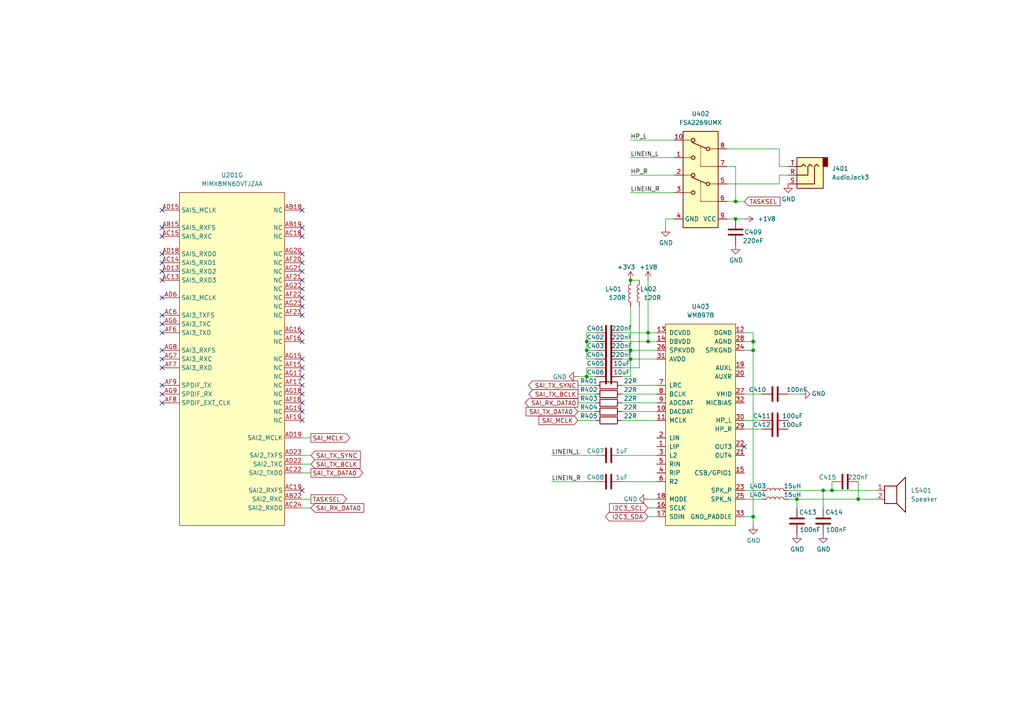
<source format=kicad_sch>
(kicad_sch (version 20211123) (generator eeschema)
  (paper "A4")
  (title_block (title "Sharket") (date "2022-09-21") (rev "0.0"))
  (junction (at 231.14 144.78))
  (junction (at 213.36 63.5))
  (junction (at 182.88 81.28) (diameter 0.9144))
  (junction (at 218.44 99.06) (diameter 0.9144))
  (junction (at 238.76 142.24))
  (junction (at 170.18 109.22) (diameter 0.9144))
  (junction (at 241.3 142.24) (diameter 0.9144))
  (junction (at 182.88 101.6) (diameter 0.9144))
  (junction (at 187.96 99.06))
  (junction (at 218.44 101.6) (diameter 0.9144))
  (junction (at 218.44 149.86) (diameter 0.9144))
  (junction (at 213.36 58.42))
  (junction (at 170.18 99.06) (diameter 0.9144))
  (junction (at 187.96 96.52) (diameter 0.9144))
  (junction (at 182.88 104.14) (diameter 0.9144))
  (junction (at 248.92 144.78) (diameter 0.9144))
  (junction (at 170.18 101.6) (diameter 0.9144))
  (no_connect (at 46.99 81.28))
  (no_connect (at 215.9 129.54))
  (no_connect (at 46.99 106.68))
  (no_connect (at 46.99 111.76))
  (no_connect (at 46.99 114.3))
  (no_connect (at 46.99 116.84))
  (no_connect (at 46.99 91.44))
  (no_connect (at 46.99 93.98))
  (no_connect (at 46.99 96.52))
  (no_connect (at 46.99 101.6))
  (no_connect (at 46.99 104.14))
  (no_connect (at 46.99 86.36))
  (no_connect (at 46.99 78.74))
  (no_connect (at 46.99 76.2))
  (no_connect (at 87.63 60.96))
  (no_connect (at 87.63 66.04))
  (no_connect (at 87.63 68.58))
  (no_connect (at 87.63 73.66))
  (no_connect (at 87.63 106.68))
  (no_connect (at 87.63 109.22))
  (no_connect (at 87.63 111.76))
  (no_connect (at 87.63 114.3))
  (no_connect (at 87.63 116.84))
  (no_connect (at 87.63 119.38))
  (no_connect (at 87.63 121.92))
  (no_connect (at 87.63 76.2))
  (no_connect (at 87.63 78.74))
  (no_connect (at 87.63 81.28))
  (no_connect (at 87.63 83.82))
  (no_connect (at 87.63 86.36))
  (no_connect (at 87.63 88.9))
  (no_connect (at 87.63 104.14))
  (no_connect (at 87.63 91.44))
  (no_connect (at 87.63 96.52))
  (no_connect (at 87.63 99.06))
  (no_connect (at 46.99 60.96))
  (no_connect (at 46.99 66.04))
  (no_connect (at 46.99 68.58))
  (no_connect (at 46.99 73.66))
  (no_connect (at 87.63 142.24))
  (wire (pts (xy 87.63 144.78) (xy 90.17 144.78)))
  (wire (pts (xy 187.96 149.86) (xy 190.5 149.86)))
  (wire (pts (xy 228.6 114.3) (xy 232.41 114.3)))
  (wire (pts (xy 187.96 99.06) (xy 190.5 99.06)))
  (wire (pts (xy 160.02 139.7) (xy 172.72 139.7)))
  (wire (pts (xy 182.88 101.6) (xy 180.34 101.6)))
  (wire (pts (xy 220.98 124.46) (xy 215.9 124.46)))
  (wire (pts (xy 187.96 147.32) (xy 190.5 147.32)))
  (wire (pts (xy 180.34 109.22) (xy 182.88 109.22)))
  (wire (pts (xy 238.76 142.24) (xy 241.3 142.24)))
  (wire (pts (xy 218.44 96.52) (xy 218.44 99.06)))
  (wire (pts (xy 182.88 81.28) (xy 185.42 81.28)))
  (wire (pts (xy 170.18 101.6) (xy 170.18 104.14)))
  (wire (pts (xy 210.82 48.26) (xy 213.36 48.26)))
  (wire (pts (xy 167.64 116.84) (xy 172.72 116.84)))
  (wire (pts (xy 180.34 104.14) (xy 182.88 104.14)))
  (wire (pts (xy 231.14 144.78) (xy 231.14 147.32)))
  (wire (pts (xy 213.36 48.26) (xy 213.36 58.42)))
  (wire (pts (xy 215.9 144.78) (xy 220.98 144.78)))
  (wire (pts (xy 180.34 96.52) (xy 187.96 96.52)))
  (wire (pts (xy 187.96 96.52) (xy 190.5 96.52)))
  (wire (pts (xy 215.9 96.52) (xy 218.44 96.52)))
  (wire (pts (xy 160.02 132.08) (xy 172.72 132.08)))
  (wire (pts (xy 170.18 109.22) (xy 167.64 109.22)))
  (wire (pts (xy 215.9 114.3) (xy 220.98 114.3)))
  (wire (pts (xy 180.34 99.06) (xy 187.96 99.06)))
  (wire (pts (xy 170.18 106.68) (xy 170.18 109.22)))
  (wire (pts (xy 215.9 149.86) (xy 218.44 149.86)))
  (wire (pts (xy 241.3 142.24) (xy 254 142.24)))
  (wire (pts (xy 180.34 106.68) (xy 185.42 106.68)))
  (wire (pts (xy 241.3 139.7) (xy 241.3 142.24)))
  (wire (pts (xy 228.6 142.24) (xy 238.76 142.24)))
  (wire (pts (xy 180.34 111.76) (xy 190.5 111.76)))
  (wire (pts (xy 190.5 139.7) (xy 180.34 139.7)))
  (wire (pts (xy 182.88 55.88) (xy 195.58 55.88)))
  (wire (pts (xy 180.34 116.84) (xy 190.5 116.84)))
  (wire (pts (xy 218.44 99.06) (xy 218.44 101.6)))
  (wire (pts (xy 215.9 142.24) (xy 220.98 142.24)))
  (wire (pts (xy 215.9 99.06) (xy 218.44 99.06)))
  (wire (pts (xy 185.42 88.9) (xy 185.42 106.68)))
  (wire (pts (xy 238.76 142.24) (xy 238.76 147.32)))
  (wire (pts (xy 215.9 101.6) (xy 218.44 101.6)))
  (wire (pts (xy 210.82 63.5) (xy 213.36 63.5)))
  (wire (pts (xy 182.88 101.6) (xy 190.5 101.6)))
  (wire (pts (xy 180.34 121.92) (xy 190.5 121.92)))
  (wire (pts (xy 172.72 106.68) (xy 170.18 106.68)))
  (wire (pts (xy 220.98 121.92) (xy 215.9 121.92)))
  (wire (pts (xy 182.88 101.6) (xy 182.88 104.14)))
  (wire (pts (xy 228.6 144.78) (xy 231.14 144.78)))
  (wire (pts (xy 210.82 43.18) (xy 226.06 43.18)))
  (wire (pts (xy 210.82 53.34) (xy 226.06 53.34)))
  (wire (pts (xy 226.06 50.8) (xy 228.6 50.8)))
  (wire (pts (xy 182.88 45.72) (xy 195.58 45.72)))
  (wire (pts (xy 180.34 119.38) (xy 190.5 119.38)))
  (wire (pts (xy 226.06 43.18) (xy 226.06 48.26)))
  (wire (pts (xy 170.18 99.06) (xy 170.18 101.6)))
  (wire (pts (xy 87.63 127) (xy 90.17 127)))
  (wire (pts (xy 182.88 88.9) (xy 182.88 101.6)))
  (wire (pts (xy 226.06 48.26) (xy 228.6 48.26)))
  (wire (pts (xy 210.82 58.42) (xy 213.36 58.42)))
  (wire (pts (xy 167.64 119.38) (xy 172.72 119.38)))
  (wire (pts (xy 167.64 121.92) (xy 172.72 121.92)))
  (wire (pts (xy 213.36 63.5) (xy 215.9 63.5)))
  (wire (pts (xy 167.64 114.3) (xy 172.72 114.3)))
  (wire (pts (xy 170.18 96.52) (xy 170.18 99.06)))
  (wire (pts (xy 172.72 109.22) (xy 170.18 109.22)))
  (wire (pts (xy 193.04 63.5) (xy 193.04 66.04)))
  (wire (pts (xy 218.44 149.86) (xy 218.44 152.4)))
  (wire (pts (xy 248.92 139.7) (xy 248.92 144.78)))
  (wire (pts (xy 218.44 101.6) (xy 218.44 149.86)))
  (wire (pts (xy 87.63 147.32) (xy 90.17 147.32)))
  (wire (pts (xy 187.96 81.28) (xy 187.96 96.52)))
  (wire (pts (xy 195.58 63.5) (xy 193.04 63.5)))
  (wire (pts (xy 180.34 132.08) (xy 190.5 132.08)))
  (wire (pts (xy 231.14 144.78) (xy 248.92 144.78)))
  (wire (pts (xy 187.96 96.52) (xy 187.96 99.06)))
  (wire (pts (xy 87.63 134.62) (xy 90.17 134.62)))
  (wire (pts (xy 226.06 53.34) (xy 226.06 50.8)))
  (wire (pts (xy 180.34 114.3) (xy 190.5 114.3)))
  (wire (pts (xy 213.36 58.42) (xy 215.9 58.42)))
  (wire (pts (xy 172.72 104.14) (xy 170.18 104.14)))
  (wire (pts (xy 172.72 99.06) (xy 170.18 99.06)))
  (wire (pts (xy 87.63 132.08) (xy 90.17 132.08)))
  (wire (pts (xy 172.72 101.6) (xy 170.18 101.6)))
  (wire (pts (xy 182.88 104.14) (xy 190.5 104.14)))
  (wire (pts (xy 167.64 111.76) (xy 172.72 111.76)))
  (wire (pts (xy 172.72 96.52) (xy 170.18 96.52)))
  (wire (pts (xy 195.58 50.8) (xy 182.88 50.8)))
  (wire (pts (xy 87.63 137.16) (xy 90.17 137.16)))
  (wire (pts (xy 248.92 144.78) (xy 254 144.78)))
  (wire (pts (xy 187.96 144.78) (xy 190.5 144.78)))
  (wire (pts (xy 195.58 40.64) (xy 182.88 40.64)))
  (wire (pts (xy 182.88 109.22) (xy 182.88 104.14)))
  (label "LINEIN_R" (at 160.02 139.7 0))
  (label "LINEIN_L" (at 182.88 45.72 0))
  (label "HP_L" (at 182.88 40.64 0))
  (label "HP_R" (at 182.88 50.8 0))
  (label "LINEIN_R" (at 182.88 55.88 0))
  (label "LINEIN_L" (at 160.02 132.08 0))
  (global_label "SAI_TX_DATA0" (shape output) (at 90.17 137.16 0) (property "Intersheet References" "${INTERSHEET_REFS}" (effects hide)))
  (global_label "TASKSEL" (shape input) (at 215.9 58.42 0) (property "Intersheet References" "${INTERSHEET_REFS}" (effects hide)))
  (global_label "I2C3_SCL" (shape input) (at 187.96 147.32 180) (property "Intersheet References" "${INTERSHEET_REFS}" (effects hide)))
  (global_label "SAI_TX_SYNC" (shape input) (at 90.17 132.08 0) (property "Intersheet References" "${INTERSHEET_REFS}" (effects hide)))
  (global_label "TASKSEL" (shape output) (at 90.17 144.78 0) (property "Intersheet References" "${INTERSHEET_REFS}" (effects hide)))
  (global_label "SAI_MCLK" (shape output) (at 90.17 127 0) (property "Intersheet References" "${INTERSHEET_REFS}" (effects hide)))
  (global_label "SAI_TX_DATA0" (shape input) (at 167.64 119.38 180) (property "Intersheet References" "${INTERSHEET_REFS}" (effects hide)))
  (global_label "SAI_TX_BCLK" (shape input) (at 90.17 134.62 0) (property "Intersheet References" "${INTERSHEET_REFS}" (effects hide)))
  (global_label "SAI_RX_DATA0" (shape output) (at 167.64 116.84 180) (property "Intersheet References" "${INTERSHEET_REFS}" (effects hide)))
  (global_label "SAI_RX_DATA0" (shape input) (at 90.17 147.32 0) (property "Intersheet References" "${INTERSHEET_REFS}" (effects hide)))
  (global_label "SAI_MCLK" (shape input) (at 167.64 121.92 180) (property "Intersheet References" "${INTERSHEET_REFS}" (effects hide)))
  (global_label "I2C3_SDA" (shape bidirectional) (at 187.96 149.86 180) (property "Intersheet References" "${INTERSHEET_REFS}" (effects hide)))
  (global_label "SAI_TX_SYNC" (shape output) (at 167.64 111.76 180) (property "Intersheet References" "${INTERSHEET_REFS}" (effects hide)))
  (global_label "SAI_TX_BCLK" (shape output) (at 167.64 114.3 180) (property "Intersheet References" "${INTERSHEET_REFS}" (effects hide)))
  (symbol (lib_id "Device:C") (at 213.36 67.31 0) (unit 1)
    (property "Reference" "C409" (at 218.44 67.31 0))
    (property "Value" "220nF" (at 218.44 69.85 0))
    (property "Footprint" "Capacitor_SMD:C_0201_0603Metric" (effects hide))
    (property "LCSC" "C880414" (effects hide))
    (property "Ref.Price" "0.0036" (effects hide))
  )
  (symbol (lib_id "Device:C") (at 224.79 124.46 90) (unit 1)
    (property "Reference" "C412" (at 220.98 123.19 90))
    (property "Value" "100uF" (at 229.87 123.19 90))
    (property "Footprint" "Capacitor_SMD:C_1206_3216Metric" (effects hide))
    (property "LCSC" "C178304" (effects hide))
    (property "Ref.Price" "0.1211" (effects hide))
  )
  (symbol (lib_id "Device:L") (at 224.79 142.24 90) (unit 1)
    (property "Reference" "L403" (at 222.25 140.97 90) (effects (justify left)))
    (property "Value" "15uH" (at 232.41 140.97 90) (effects (justify left)))
    (property "Footprint" "Inductor_SMD:L_0603_1608Metric" (effects hide))
    (property "LCSC" "C486329" (effects hide))
    (property "Ref.Price" "0.0479" (effects hide))
  )
  (symbol (lib_id "power:+1V8") (at 187.96 81.28 0) (unit 1)
    (property "Reference" "#PWR0403" (effects hide))
    (property "Value" "+1V8" (at 185.42 77.47 0) (effects (justify left)))
  )
  (symbol (lib_id "Device:C") (at 176.53 132.08 270) (unit 1)
    (property "Reference" "C407" (at 172.72 130.81 90))
    (property "Value" "1uF" (at 180.34 130.81 90))
    (property "Footprint" "Capacitor_SMD:C_0402_1005Metric" (effects hide))
    (property "LCSC" "C157353" (effects hide))
    (property "Ref.Price" "0.0034" (effects hide))
  )
  (symbol (lib_id "Device:C") (at 176.53 106.68 270) (unit 1)
    (property "Reference" "C405" (at 172.72 105.41 90))
    (property "Value" "10uF" (at 180.34 105.41 90))
    (property "Footprint" "Capacitor_SMD:C_0402_1005Metric" (effects hide))
    (property "LCSC" "C105490" (effects hide))
    (property "Ref.Price" "0.0165" (effects hide))
  )
  (symbol (lib_id "power:GND") (at 231.14 154.94 0) (unit 1)
    (property "Reference" "#PWR0410" (effects hide))
    (property "Value" "GND" (at 231.267 159.3342 0))
  )
  (symbol (lib_id "Device:C") (at 238.76 151.13 180) (unit 1)
    (property "Reference" "C414" (at 241.935 148.59 0))
    (property "Value" "100nF" (at 242.57 153.67 0))
    (property "Footprint" "Capacitor_SMD:C_0201_0603Metric" (effects hide))
    (property "LCSC" "C56392" (effects hide))
    (property "Ref.Price" "0.0023" (effects hide))
  )
  (symbol (lib_id "Device:R") (at 176.53 114.3 90) (unit 1)
    (property "Reference" "R402" (at 173.3549 113.03 90) (effects (justify left)))
    (property "Value" "22R" (at 184.7849 113.03 90) (effects (justify left)))
    (property "Footprint" "Resistor_SMD:R_0402_1005Metric" (effects hide))
    (property "LCSC" "C93929" (effects hide))
    (property "Ref.Price" "0.002" (effects hide))
  )
  (symbol (lib_id "Device:C") (at 176.53 96.52 270) (unit 1)
    (property "Reference" "C401" (at 172.72 95.25 90))
    (property "Value" "220nF" (at 180.34 95.25 90))
    (property "Footprint" "Capacitor_SMD:C_0201_0603Metric" (effects hide))
    (property "LCSC" "C880414" (effects hide))
    (property "Ref.Price" "0.0036" (effects hide))
  )
  (symbol (lib_id "power:GND") (at 167.64 109.22 270) (unit 1)
    (property "Reference" "#PWR0401" (effects hide))
    (property "Value" "GND" (at 164.3888 109.347 90) (effects (justify right)))
  )
  (symbol (lib_id "power:+1V8") (at 215.9 63.5 270) (unit 1)
    (property "Reference" "#PWR0407" (effects hide))
    (property "Value" "+1V8" (at 219.71 63.5 90) (effects (justify left)))
  )
  (symbol (lib_id "Device:C") (at 176.53 104.14 270) (unit 1)
    (property "Reference" "C404" (at 172.72 102.87 90))
    (property "Value" "220nF" (at 180.34 102.87 90))
    (property "Footprint" "Capacitor_SMD:C_0201_0603Metric" (effects hide))
    (property "LCSC" "C880414" (effects hide))
    (property "Ref.Price" "0.0036" (effects hide))
  )
  (symbol (lib_id "Device:C") (at 176.53 109.22 270) (unit 1)
    (property "Reference" "C406" (at 172.72 107.95 90))
    (property "Value" "10uF" (at 180.34 107.95 90))
    (property "Footprint" "Capacitor_SMD:C_0402_1005Metric" (effects hide))
    (property "LCSC" "C105490" (effects hide))
    (property "Ref.Price" "0.0165" (effects hide))
  )
  (symbol (lib_id "Device:C") (at 231.14 151.13 180) (unit 1)
    (property "Reference" "C413" (at 234.315 148.59 0))
    (property "Value" "100nF" (at 234.95 153.67 0))
    (property "Footprint" "Capacitor_SMD:C_0201_0603Metric" (effects hide))
    (property "LCSC" "C56392" (effects hide))
    (property "Ref.Price" "0.0023" (effects hide))
  )
  (symbol (lib_id "Device:C") (at 245.11 139.7 90) (unit 1)
    (property "Reference" "C415" (at 240.03 138.43 90))
    (property "Value" "220nF" (at 248.92 138.43 90))
    (property "Footprint" "Capacitor_SMD:C_0201_0603Metric" (effects hide))
    (property "LCSC" "C880414" (effects hide))
    (property "Ref.Price" "0.0036" (effects hide))
  )
  (symbol (lib_id "Device:R") (at 176.53 116.84 90) (unit 1)
    (property "Reference" "R403" (at 173.3549 115.57 90) (effects (justify left)))
    (property "Value" "22R" (at 184.7849 115.57 90) (effects (justify left)))
    (property "Footprint" "Resistor_SMD:R_0402_1005Metric" (effects hide))
    (property "LCSC" "C93929" (effects hide))
    (property "Ref.Price" "0.002" (effects hide))
  )
  (symbol (lib_id "symbols:MIMX8MN6DVTJZAA") (at 67.31 50.8 0) (unit 7)
    (property "Reference" "U201" (at 67.31 50.8 0))
    (property "Value" "MIMX8MN6DVTJZAA" (at 67.31 53.34 0))
    (property "Footprint" "footprint:BGA-486_27x27_14.0x14.0mm" (effects hide))
  )
  (symbol (lib_id "symbols:WM8978") (at 203.2 91.44 0) (unit 1)
    (property "Reference" "U403" (at 203.2 88.9 0))
    (property "Value" "WM8978" (at 203.2 91.44 0))
    (property "Footprint" "Package_DFN_QFN:QFN-32-1EP_5x5mm_P0.5mm_EP3.45x3.45mm_ThermalVias" (effects hide))
  )
  (symbol (lib_id "power:GND") (at 193.04 66.04 0) (unit 1)
    (property "Reference" "#PWR0405" (effects hide))
    (property "Value" "GND" (at 193.167 70.4342 0))
  )
  (symbol (lib_id "symbols:FSA2269UMX") (at 203.2 33.02 0) (mirror y) (unit 1)
    (property "Reference" "U402" (at 203.2 33.02 0))
    (property "Value" "FSA2269UMX" (at 203.2 35.56 0))
    (property "Footprint" "Package_DFN_QFN:UQFN-10_1.4x1.8mm_P0.4mm" (effects hide))
  )
  (symbol (lib_id "Device:R") (at 176.53 121.92 90) (unit 1)
    (property "Reference" "R405" (at 173.3549 120.65 90) (effects (justify left)))
    (property "Value" "22R" (at 184.7849 120.65 90) (effects (justify left)))
    (property "Footprint" "Resistor_SMD:R_0402_1005Metric" (effects hide))
    (property "LCSC" "C93929" (effects hide))
    (property "Ref.Price" "0.002" (effects hide))
  )
  (symbol (lib_id "Device:R") (at 176.53 119.38 90) (unit 1)
    (property "Reference" "R404" (at 173.3549 118.11 90) (effects (justify left)))
    (property "Value" "22R" (at 184.7849 118.11 90) (effects (justify left)))
    (property "Footprint" "Resistor_SMD:R_0402_1005Metric" (effects hide))
    (property "LCSC" "C93929" (effects hide))
    (property "Ref.Price" "0.002" (effects hide))
  )
  (symbol (lib_id "Device:C") (at 224.79 114.3 90) (unit 1)
    (property "Reference" "C410" (at 219.71 113.03 90))
    (property "Value" "100nF" (at 231.14 113.03 90))
    (property "Footprint" "Capacitor_SMD:C_0201_0603Metric" (effects hide))
    (property "LCSC" "C56392" (effects hide))
    (property "Ref.Price" "0.0023" (effects hide))
  )
  (symbol (lib_id "Connector:AudioJack3") (at 233.68 50.8 180) (unit 1)
    (property "Reference" "J401" (at 241.3 48.8949 0) (effects (justify right)))
    (property "Value" "AudioJack3" (at 241.3 51.4349 0) (effects (justify right)))
    (property "Footprint" "footprint:PJ-208" (effects hide))
  )
  (symbol (lib_id "Device:L") (at 224.79 144.78 90) (unit 1)
    (property "Reference" "L404" (at 222.25 143.51 90) (effects (justify left)))
    (property "Value" "15uH" (at 232.41 143.51 90) (effects (justify left)))
    (property "Footprint" "Inductor_SMD:L_0603_1608Metric" (effects hide))
    (property "LCSC" "C486329" (effects hide))
    (property "Ref.Price" "0.0479" (effects hide))
  )
  (symbol (lib_id "power:GND") (at 213.36 71.12 0) (unit 1)
    (property "Reference" "#PWR0406" (effects hide))
    (property "Value" "GND" (at 213.487 75.5142 0))
  )
  (symbol (lib_id "power:GND") (at 228.6 53.34 0) (unit 1)
    (property "Reference" "#PWR0409" (effects hide))
    (property "Value" "GND" (at 228.727 57.7342 0))
  )
  (symbol (lib_id "Device:L") (at 185.42 85.09 180) (unit 1)
    (property "Reference" "L402" (at 190.5 83.82 0) (effects (justify left)))
    (property "Value" "120R" (at 191.77 86.36 0) (effects (justify left)))
    (property "Footprint" "Inductor_SMD:L_0603_1608Metric" (effects hide))
    (property "LCSC" "C76892" (effects hide))
    (property "Ref.Price" "0.0078" (effects hide))
  )
  (symbol (lib_id "Device:C") (at 176.53 139.7 270) (unit 1)
    (property "Reference" "C408" (at 172.72 138.43 90))
    (property "Value" "1uF" (at 180.34 138.43 90))
    (property "Footprint" "Capacitor_SMD:C_0402_1005Metric" (effects hide))
    (property "LCSC" "C157353" (effects hide))
    (property "Ref.Price" "0.0034" (effects hide))
  )
  (symbol (lib_id "Device:C") (at 176.53 99.06 270) (unit 1)
    (property "Reference" "C402" (at 172.72 97.79 90))
    (property "Value" "220nF" (at 180.34 97.79 90))
    (property "Footprint" "Capacitor_SMD:C_0201_0603Metric" (effects hide))
    (property "LCSC" "C880414" (effects hide))
    (property "Ref.Price" "0.0036" (effects hide))
  )
  (symbol (lib_id "power:GND") (at 238.76 154.94 0) (unit 1)
    (property "Reference" "#PWR0412" (effects hide))
    (property "Value" "GND" (at 238.887 159.3342 0))
  )
  (symbol (lib_id "power:GND") (at 218.44 152.4 0) (unit 1)
    (property "Reference" "#PWR0408" (effects hide))
    (property "Value" "GND" (at 218.567 156.7942 0))
  )
  (symbol (lib_id "Device:C") (at 176.53 101.6 270) (unit 1)
    (property "Reference" "C403" (at 172.72 100.33 90))
    (property "Value" "220nF" (at 180.34 100.33 90))
    (property "Footprint" "Capacitor_SMD:C_0201_0603Metric" (effects hide))
    (property "LCSC" "C880414" (effects hide))
    (property "Ref.Price" "0.0036" (effects hide))
  )
  (symbol (lib_id "power:GND") (at 187.96 144.78 270) (unit 1)
    (property "Reference" "#PWR0404" (effects hide))
    (property "Value" "GND" (at 182.88 144.78 90))
  )
  (symbol (lib_id "Device:Speaker") (at 259.08 142.24 0) (unit 1)
    (property "Reference" "LS401" (at 264.16 142.2399 0) (effects (justify left)))
    (property "Value" "Speaker" (at 264.16 144.7799 0) (effects (justify left)))
    (property "Footprint" "Buzzer_Beeper:Buzzer_D14mm_H7mm_P10mm" (effects hide))
  )
  (symbol (lib_id "power:+3V3") (at 182.88 81.28 0) (unit 1)
    (property "Reference" "#PWR0402" (effects hide))
    (property "Value" "+3V3" (at 181.61 77.47 0))
  )
  (symbol (lib_id "Device:L") (at 182.88 85.09 180) (unit 1)
    (property "Reference" "L401" (at 180.34 83.82 0) (effects (justify left)))
    (property "Value" "120R" (at 181.61 86.36 0) (effects (justify left)))
    (property "Footprint" "Inductor_SMD:L_0603_1608Metric" (effects hide))
    (property "LCSC" "C76892" (effects hide))
    (property "Ref.Price" "0.0078" (effects hide))
  )
  (symbol (lib_id "Device:R") (at 176.53 111.76 90) (unit 1)
    (property "Reference" "R401" (at 173.3549 110.49 90) (effects (justify left)))
    (property "Value" "22R" (at 184.7849 110.49 90) (effects (justify left)))
    (property "Footprint" "Resistor_SMD:R_0402_1005Metric" (effects hide))
    (property "LCSC" "C93929" (effects hide))
    (property "Ref.Price" "0.002" (effects hide))
  )
  (symbol (lib_id "power:GND") (at 232.41 114.3 90) (unit 1)
    (property "Reference" "#PWR0411" (effects hide))
    (property "Value" "GND" (at 237.4392 114.173 90))
  )
  (symbol (lib_id "Device:C") (at 224.79 121.92 90) (unit 1)
    (property "Reference" "C411" (at 220.98 120.65 90))
    (property "Value" "100uF" (at 229.87 120.65 90))
    (property "Footprint" "Capacitor_SMD:C_1206_3216Metric" (effects hide))
    (property "LCSC" "C178304" (effects hide))
    (property "Ref.Price" "0.1211" (effects hide))
  )
)
</source>
